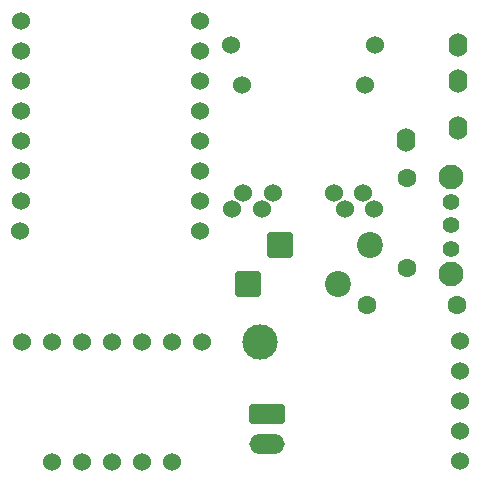
<source format=gts>
G04 #@! TF.GenerationSoftware,KiCad,Pcbnew,9.0.2*
G04 #@! TF.CreationDate,2025-07-15T04:36:50-04:00*
G04 #@! TF.ProjectId,FBT,4642542e-6b69-4636-9164-5f7063625858,rev?*
G04 #@! TF.SameCoordinates,Original*
G04 #@! TF.FileFunction,Soldermask,Top*
G04 #@! TF.FilePolarity,Negative*
%FSLAX46Y46*%
G04 Gerber Fmt 4.6, Leading zero omitted, Abs format (unit mm)*
G04 Created by KiCad (PCBNEW 9.0.2) date 2025-07-15 04:36:50*
%MOMM*%
%LPD*%
G01*
G04 APERTURE LIST*
G04 Aperture macros list*
%AMRoundRect*
0 Rectangle with rounded corners*
0 $1 Rounding radius*
0 $2 $3 $4 $5 $6 $7 $8 $9 X,Y pos of 4 corners*
0 Add a 4 corners polygon primitive as box body*
4,1,4,$2,$3,$4,$5,$6,$7,$8,$9,$2,$3,0*
0 Add four circle primitives for the rounded corners*
1,1,$1+$1,$2,$3*
1,1,$1+$1,$4,$5*
1,1,$1+$1,$6,$7*
1,1,$1+$1,$8,$9*
0 Add four rect primitives between the rounded corners*
20,1,$1+$1,$2,$3,$4,$5,0*
20,1,$1+$1,$4,$5,$6,$7,0*
20,1,$1+$1,$6,$7,$8,$9,0*
20,1,$1+$1,$8,$9,$2,$3,0*%
G04 Aperture macros list end*
%ADD10C,1.524000*%
%ADD11RoundRect,0.249999X-0.850001X-0.850001X0.850001X-0.850001X0.850001X0.850001X-0.850001X0.850001X0*%
%ADD12C,2.200000*%
%ADD13O,1.600000X2.000000*%
%ADD14C,2.100000*%
%ADD15C,1.400000*%
%ADD16RoundRect,0.250000X-1.250000X0.600000X-1.250000X-0.600000X1.250000X-0.600000X1.250000X0.600000X0*%
%ADD17O,3.000000X1.700000*%
%ADD18C,1.600000*%
%ADD19C,3.000000*%
G04 APERTURE END LIST*
D10*
X113516004Y-96981392D03*
X113516004Y-99521392D03*
X113516004Y-102061392D03*
X113516004Y-104601392D03*
X113516004Y-107141392D03*
X113516004Y-109681392D03*
X113516004Y-112221392D03*
X113516004Y-114761392D03*
X98276004Y-114761392D03*
X98316004Y-112221392D03*
X98316004Y-109681392D03*
X98316004Y-107141392D03*
X98316004Y-104601392D03*
X98316004Y-102061392D03*
X98316004Y-99521392D03*
X98316004Y-96981392D03*
X127418024Y-102400000D03*
X117018024Y-102400000D03*
X117118024Y-111600000D03*
X119618024Y-111600000D03*
X124818024Y-111600000D03*
X127318024Y-111600000D03*
D11*
X117510000Y-119300000D03*
D12*
X125130000Y-119300000D03*
D11*
X120290000Y-116000000D03*
D12*
X127910000Y-116000000D03*
D13*
X135320000Y-106050000D03*
X135320000Y-102050000D03*
X135320000Y-99050000D03*
X130920000Y-107050000D03*
D14*
X134700000Y-118400000D03*
X134700000Y-110200000D03*
D15*
X134700000Y-116300000D03*
X134700000Y-114300000D03*
X134700000Y-112300000D03*
D16*
X119120000Y-130300000D03*
D17*
X119120000Y-132800000D03*
D10*
X128320000Y-99050000D03*
X116120000Y-99050000D03*
X116220000Y-112950000D03*
X118720000Y-112950000D03*
X125720000Y-112950000D03*
X128220000Y-112950000D03*
X135520000Y-134280000D03*
X135520000Y-131740000D03*
X135520000Y-129200000D03*
X135520000Y-126660000D03*
X135520000Y-124120000D03*
X113640000Y-124220000D03*
X111100000Y-124220000D03*
X108560000Y-124220000D03*
X106020000Y-124220000D03*
X103480000Y-124220000D03*
X100940000Y-124220000D03*
X98400000Y-124220000D03*
X100940000Y-134380000D03*
X103480000Y-134380000D03*
X106020000Y-134380000D03*
X108560000Y-134380000D03*
X111100000Y-134380000D03*
D18*
X135220000Y-121050000D03*
X127600000Y-121050000D03*
X131000000Y-117920000D03*
X131000000Y-110300000D03*
D19*
X118520000Y-124200000D03*
M02*

</source>
